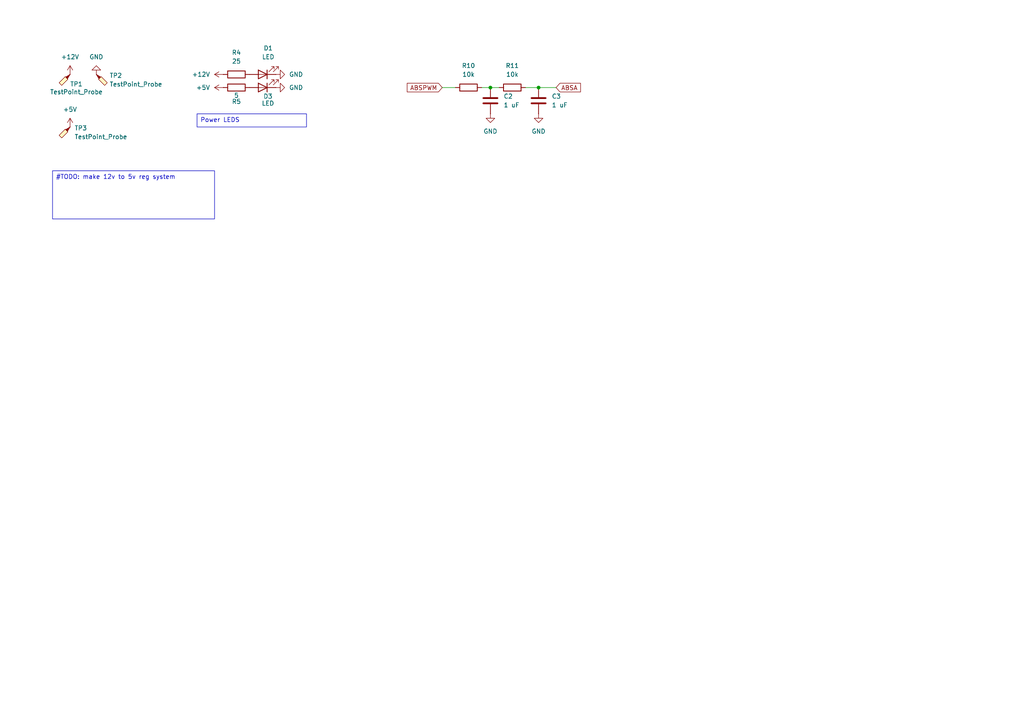
<source format=kicad_sch>
(kicad_sch (version 20231120) (generator "eeschema") (generator_version "8.0")
  (paper "A4")
  (lib_symbols
    (symbol "Connector:TestPoint_Probe" (pin_numbers hide) (pin_names (offset 0.762) hide)
      (property "Reference" "TP" (at 1.651 5.842 0))
      (property "Value" "TestPoint_Probe" (at 1.651 4.064 0))
      (symbol "TestPoint_Probe_0_1"
        (polyline (pts (xy 1.27 0.762) (xy 0 0) (xy 0.762 1.27) (xy 1.27 0.762)) (fill (type outline)))
        (polyline (pts (xy 1.397 0.635) (xy 0.635 1.397) (xy 2.413 3.175) (xy 3.175 2.413) (xy 1.397 0.635)) (fill (type background)))
      )
      (symbol "TestPoint_Probe_1_1"
        (pin passive line (at 0 0 90) (length 0) (name "1") (number "1"))
      )
    )
    (symbol "Device:C" (pin_numbers hide) (pin_names (offset 0.254))
      (property "Reference" "C" (at 0.635 2.54 0))
      (property "Value" "C" (at 0.635 -2.54 0))
      (symbol "C_0_1"
        (polyline (pts (xy -2.032 -0.762) (xy 2.032 -0.762)) (stroke (width 0.508)))
        (polyline (pts (xy -2.032 0.762) (xy 2.032 0.762)) (stroke (width 0.508)))
      )
      (symbol "C_1_1"
        (pin passive line (at 0 3.81 270) (length 2.794) (name "~") (number "1"))
        (pin passive line (at 0 -3.81 90) (length 2.794) (name "~") (number "2"))
      )
    )
    (symbol "Device:LED" (pin_numbers hide) (pin_names (offset 1.016) hide)
      (property "Reference" "D" (at 0 2.54 0))
      (property "Value" "LED" (at 0 -2.54 0))
      (symbol "LED_0_1"
        (polyline (pts (xy -1.27 -1.27) (xy -1.27 1.27)) (stroke (width 0.254)))
        (polyline (pts (xy -1.27 0) (xy 1.27 0)))
        (polyline (pts (xy 1.27 -1.27) (xy 1.27 1.27) (xy -1.27 0) (xy 1.27 -1.27)) (stroke (width 0.254)))
        (polyline (pts (xy -3.048 -0.762) (xy -4.572 -2.286) (xy -3.81 -2.286) (xy -4.572 -2.286) (xy -4.572 -1.524)))
        (polyline (pts (xy -1.778 -0.762) (xy -3.302 -2.286) (xy -2.54 -2.286) (xy -3.302 -2.286) (xy -3.302 -1.524)))
      )
      (symbol "LED_1_1"
        (pin passive line (at -3.81 0 0) (length 2.54) (name "K") (number "1"))
        (pin passive line (at 3.81 0 180) (length 2.54) (name "A") (number "2"))
      )
    )
    (symbol "Device:R" (pin_numbers hide) (pin_names (offset 0))
      (property "Reference" "R" (at 2.032 0 90))
      (property "Value" "R" (at 0 0 90))
      (symbol "R_0_1"
        (rectangle (start -1.016 -2.54) (end 1.016 2.54) (stroke (width 0.254)))
      )
      (symbol "R_1_1"
        (pin passive line (at 0 3.81 270) (length 1.27) (name "~") (number "1"))
        (pin passive line (at 0 -3.81 90) (length 1.27) (name "~") (number "2"))
      )
    )
    (symbol "power:+12V" (power) (pin_numbers hide) (pin_names (offset 0) hide)
      (property "Value" "+12V" (at 0 3.556 0))
      (symbol "+12V_0_1"
        (polyline (pts (xy -0.762 1.27) (xy 0 2.54)))
        (polyline (pts (xy 0 0) (xy 0 2.54)))
        (polyline (pts (xy 0 2.54) (xy 0.762 1.27)))
      )
      (symbol "+12V_1_1"
        (pin power_in line (at 0 0 90) (length 0) (name "~") (number "1"))
      )
    )
    (symbol "power:+5V" (power) (pin_numbers hide) (pin_names (offset 0) hide)
      (property "Value" "+5V" (at 0 3.556 0))
      (symbol "+5V_0_1"
        (polyline (pts (xy -0.762 1.27) (xy 0 2.54)))
        (polyline (pts (xy 0 0) (xy 0 2.54)))
        (polyline (pts (xy 0 2.54) (xy 0.762 1.27)))
      )
      (symbol "+5V_1_1"
        (pin power_in line (at 0 0 90) (length 0) (name "~") (number "1"))
      )
    )
    (symbol "power:GND" (power) (pin_numbers hide) (pin_names (offset 0) hide)
      (property "Value" "GND" (at 0 -3.81 0))
      (symbol "GND_0_1"
        (polyline (pts (xy 0 0) (xy 0 -1.27) (xy 1.27 -1.27) (xy 0 -2.54) (xy -1.27 -1.27) (xy 0 -1.27)))
      )
      (symbol "GND_1_1"
        (pin power_in line (at 0 0 270) (length 0) (name "~") (number "1"))
      )
    )
  )
  (junction (at 142.24 25.4))
  (junction (at 156.21 25.4))
  (wire (pts (xy 128.27 25.4) (xy 132.08 25.4)))
  (wire (pts (xy 152.4 25.4) (xy 156.21 25.4)))
  (wire (pts (xy 142.24 25.4) (xy 144.78 25.4)))
  (wire (pts (xy 156.21 25.4) (xy 161.29 25.4)))
  (wire (pts (xy 139.7 25.4) (xy 142.24 25.4)))
  (text_box "Power LEDS" (at 57.15 33.02 0) (size 31.75 3.81) (effects (font (size 1.27 1.27)) (justify left top)))
  (text_box "#TODO: make 12v to 5v reg system" (at 15.24 49.53 0) (size 46.99 13.97) (effects (font (size 1.27 1.27)) (justify left top)))
  (global_label "ABSA" (shape input) (at 161.29 25.4 0) (property "Intersheetrefs" "${INTERSHEET_REFS}" (effects (hide yes))))
  (global_label "ABSPWM" (shape input) (at 128.27 25.4 180) (property "Intersheetrefs" "${INTERSHEET_REFS}" (effects (hide yes))))
  (symbol (lib_id "power:GND") (at 27.94 21.59 180) (unit 1)
    (property "Reference" "#PWR017" (effects (hide yes)))
    (property "Value" "GND" (at 27.94 16.51 0))
    (property "Description" "Power symbol creates a global label with name \"GND\" , ground" (effects (hide yes)))
  )
  (symbol (lib_id "power:+5V") (at 20.32 36.83 0) (unit 1)
    (property "Reference" "#PWR022" (effects (hide yes)))
    (property "Value" "+5V" (at 20.32 31.75 0))
    (property "Description" "Power symbol creates a global label with name \"+5V\"" (effects (hide yes)))
  )
  (symbol (lib_id "Connector:TestPoint_Probe") (at 20.32 21.59 180) (unit 1)
    (property "Reference" "TP1" (at 20.32 24.384 0) (effects (justify right)))
    (property "Value" "TestPoint_Probe" (at 14.478 26.67 0) (effects (justify right)))
    (property "Description" "test point (alternative probe-style design)" (effects (hide yes)))
  )
  (symbol (lib_id "power:+5V") (at 64.77 25.4 90) (unit 1)
    (property "Reference" "#PWR020" (effects (hide yes)))
    (property "Value" "+5V" (at 60.96 25.3999 90) (effects (justify left)))
    (property "Description" "Power symbol creates a global label with name \"+5V\"" (effects (hide yes)))
  )
  (symbol (lib_id "Device:C") (at 142.24 29.21 180) (unit 1)
    (property "Reference" "C2" (at 146.05 27.9399 0) (effects (justify right)))
    (property "Value" "1 uF" (at 146.05 30.4799 0) (effects (justify right)))
    (property "Description" "Unpolarized capacitor" (effects (hide yes)))
  )
  (symbol (lib_id "Device:R") (at 135.89 25.4 90) (unit 1)
    (property "Reference" "R10" (at 135.89 19.05 90))
    (property "Value" "10k" (at 135.89 21.59 90))
    (property "Description" "Resistor" (effects (hide yes)))
  )
  (symbol (lib_id "power:+12V") (at 64.77 21.59 90) (unit 1)
    (property "Reference" "#PWR018" (effects (hide yes)))
    (property "Value" "+12V" (at 60.96 21.5899 90) (effects (justify left)))
    (property "Description" "Power symbol creates a global label with name \"+12V\"" (effects (hide yes)))
  )
  (symbol (lib_id "Device:R") (at 68.58 21.59 90) (unit 1)
    (property "Reference" "R4" (at 68.58 15.24 90))
    (property "Value" "25" (at 68.58 17.78 90))
    (property "Description" "Resistor" (effects (hide yes)))
  )
  (symbol (lib_id "Device:R") (at 68.58 25.4 90) (unit 1)
    (property "Reference" "R5" (at 68.58 29.464 90))
    (property "Value" "5" (at 68.58 27.686 90))
    (property "Description" "Resistor" (effects (hide yes)))
  )
  (symbol (lib_id "power:GND") (at 80.01 21.59 90) (unit 1)
    (property "Reference" "#PWR019" (effects (hide yes)))
    (property "Value" "GND" (at 83.82 21.5899 90) (effects (justify right)))
    (property "Description" "Power symbol creates a global label with name \"GND\" , ground" (effects (hide yes)))
  )
  (symbol (lib_id "Connector:TestPoint_Probe") (at 27.94 21.59 270) (unit 1)
    (property "Reference" "TP2" (at 31.75 21.9074 90) (effects (justify left)))
    (property "Value" "TestPoint_Probe" (at 31.75 24.4474 90) (effects (justify left)))
    (property "Description" "test point (alternative probe-style design)" (effects (hide yes)))
  )
  (symbol (lib_id "Device:R") (at 148.59 25.4 90) (unit 1)
    (property "Reference" "R11" (at 148.59 19.05 90))
    (property "Value" "10k" (at 148.59 21.59 90))
    (property "Description" "Resistor" (effects (hide yes)))
  )
  (symbol (lib_id "Device:C") (at 156.21 29.21 0) (unit 1)
    (property "Reference" "C3" (at 160.02 27.9399 0) (effects (justify left)))
    (property "Value" "1 uF" (at 160.02 30.4799 0) (effects (justify left)))
    (property "Description" "Unpolarized capacitor" (effects (hide yes)))
  )
  (symbol (lib_id "Device:LED") (at 76.2 25.4 180) (unit 1)
    (property "Reference" "D3" (at 77.724 27.94 0))
    (property "Value" "LED" (at 77.724 29.972 0))
    (property "Description" "Light emitting diode" (effects (hide yes)))
  )
  (symbol (lib_id "power:GND") (at 156.21 33.02 0) (unit 1)
    (property "Reference" "#PWR038" (effects (hide yes)))
    (property "Value" "GND" (at 156.21 38.1 0))
    (property "Description" "Power symbol creates a global label with name \"GND\" , ground" (effects (hide yes)))
  )
  (symbol (lib_id "Device:LED") (at 76.2 21.59 180) (unit 1)
    (property "Reference" "D1" (at 77.7875 13.97 0))
    (property "Value" "LED" (at 77.7875 16.51 0))
    (property "Description" "Light emitting diode" (effects (hide yes)))
  )
  (symbol (lib_id "Connector:TestPoint_Probe") (at 20.32 36.83 180) (unit 1)
    (property "Reference" "TP3" (at 21.59 37.1474 0) (effects (justify right)))
    (property "Value" "TestPoint_Probe" (at 21.59 39.6874 0) (effects (justify right)))
    (property "Description" "test point (alternative probe-style design)" (effects (hide yes)))
  )
  (symbol (lib_id "power:GND") (at 80.01 25.4 90) (unit 1)
    (property "Reference" "#PWR021" (effects (hide yes)))
    (property "Value" "GND" (at 83.82 25.3999 90) (effects (justify right)))
    (property "Description" "Power symbol creates a global label with name \"GND\" , ground" (effects (hide yes)))
  )
  (symbol (lib_id "power:+12V") (at 20.32 21.59 0) (unit 1)
    (property "Reference" "#PWR011" (effects (hide yes)))
    (property "Value" "+12V" (at 20.32 16.51 0))
    (property "Description" "Power symbol creates a global label with name \"+12V\"" (effects (hide yes)))
  )
  (symbol (lib_id "power:GND") (at 142.24 33.02 0) (unit 1)
    (property "Reference" "#PWR037" (effects (hide yes)))
    (property "Value" "GND" (at 142.24 38.1 0))
    (property "Description" "Power symbol creates a global label with name \"GND\" , ground" (effects (hide yes)))
  )
)
</source>
